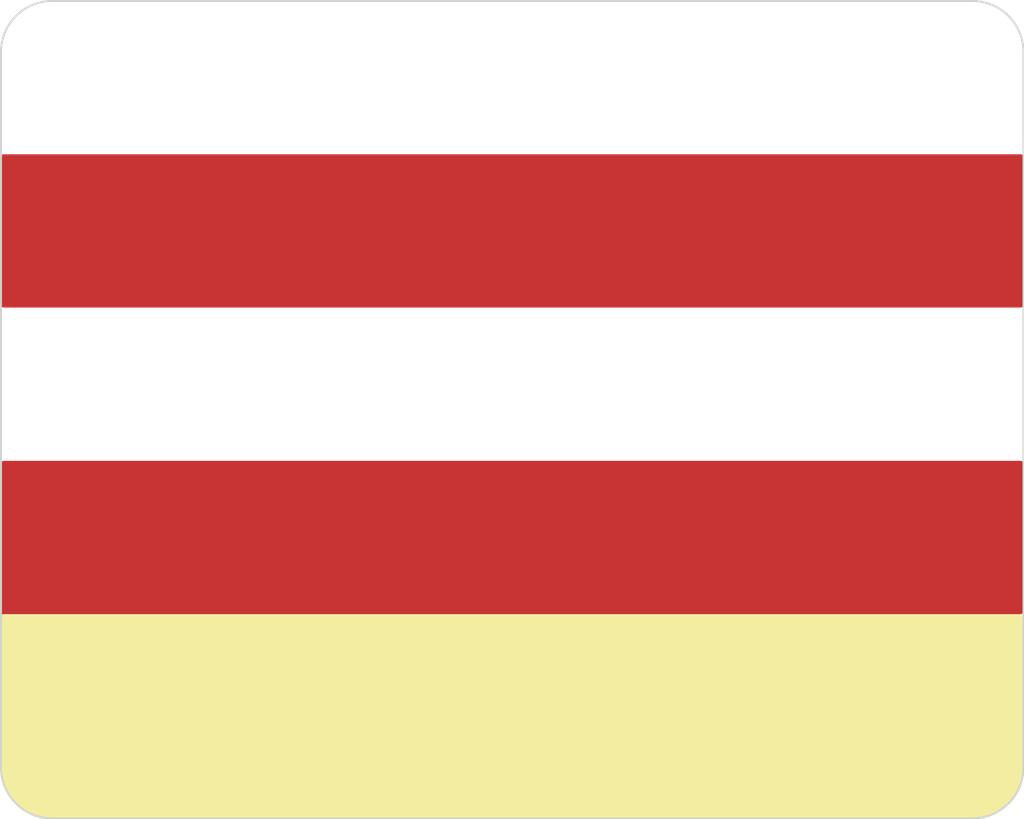
<source format=kicad_pcb>
(kicad_pcb (version 20211014) (generator pcbnew)

  (general
    (thickness 1.6)
  )

  (paper "A4")
  (layers
    (0 "F.Cu" signal)
    (31 "B.Cu" signal)
    (32 "B.Adhes" user "B.Adhesive")
    (33 "F.Adhes" user "F.Adhesive")
    (34 "B.Paste" user)
    (35 "F.Paste" user)
    (36 "B.SilkS" user "B.Silkscreen")
    (37 "F.SilkS" user "F.Silkscreen")
    (38 "B.Mask" user)
    (39 "F.Mask" user)
    (40 "Dwgs.User" user "User.Drawings")
    (41 "Cmts.User" user "User.Comments")
    (42 "Eco1.User" user "User.Eco1")
    (43 "Eco2.User" user "User.Eco2")
    (44 "Edge.Cuts" user)
    (45 "Margin" user)
    (46 "B.CrtYd" user "B.Courtyard")
    (47 "F.CrtYd" user "F.Courtyard")
    (48 "B.Fab" user)
    (49 "F.Fab" user)
    (50 "User.1" user)
    (51 "User.2" user)
    (52 "User.3" user)
    (53 "User.4" user)
    (54 "User.5" user)
    (55 "User.6" user)
    (56 "User.7" user)
    (57 "User.8" user)
    (58 "User.9" user)
  )

  (setup
    (pad_to_mask_clearance 0)
    (pcbplotparams
      (layerselection 0x00010fc_ffffffff)
      (disableapertmacros false)
      (usegerberextensions false)
      (usegerberattributes true)
      (usegerberadvancedattributes true)
      (creategerberjobfile true)
      (svguseinch false)
      (svgprecision 6)
      (excludeedgelayer true)
      (plotframeref false)
      (viasonmask false)
      (mode 1)
      (useauxorigin false)
      (hpglpennumber 1)
      (hpglpenspeed 20)
      (hpglpendiameter 15.000000)
      (dxfpolygonmode true)
      (dxfimperialunits true)
      (dxfusepcbnewfont true)
      (psnegative false)
      (psa4output false)
      (plotreference true)
      (plotvalue true)
      (plotinvisibletext false)
      (sketchpadsonfab false)
      (subtractmaskfromsilk false)
      (outputformat 1)
      (mirror false)
      (drillshape 0)
      (scaleselection 1)
      (outputdirectory "Output/")
    )
  )

  (net 0 "")

  (gr_line (start 83.82 27.94) (end 83.82 63.5) (layer "Edge.Cuts") (width 0.1) (tstamp 09878c17-9773-4eac-8734-e6b0f787ec2c))
  (gr_line (start 33.02 63.5) (end 33.02 27.94) (layer "Edge.Cuts") (width 0.1) (tstamp 4c7535e5-504a-4a31-8e0b-343e8bfc4e2d))
  (gr_arc (start 81.28 25.4) (mid 83.076051 26.143949) (end 83.82 27.94) (layer "Edge.Cuts") (width 0.1) (tstamp 6d96d0d7-4f48-41b2-bf55-4c08d129f99f))
  (gr_arc (start 83.82 63.5) (mid 83.076051 65.296051) (end 81.28 66.04) (layer "Edge.Cuts") (width 0.1) (tstamp 6e266ade-247c-4839-a9af-5024d61bcd76))
  (gr_line (start 35.56 25.4) (end 81.28 25.4) (layer "Edge.Cuts") (width 0.1) (tstamp 9a875086-feb7-4d03-9098-9cbc1c9c46fe))
  (gr_arc (start 35.56 66.04) (mid 33.763949 65.296051) (end 33.02 63.5) (layer "Edge.Cuts") (width 0.1) (tstamp c61efac8-edd2-4248-bc3d-0d8cfca0ceb6))
  (gr_line (start 81.28 66.04) (end 35.56 66.04) (layer "Edge.Cuts") (width 0.1) (tstamp cd4d81cd-ffea-4c9d-9bfc-9e27c132a17f))
  (gr_arc (start 33.02 27.94) (mid 33.763949 26.143949) (end 35.56 25.4) (layer "Edge.Cuts") (width 0.1) (tstamp fdd15fec-7559-4bf2-8dd0-4630afde98ed))

  (zone (net 0) (net_name "") (layer "F.Cu") (tstamp 301c87bf-f902-45d4-a1fc-1f4c18284208) (hatch edge 0.508)
    (connect_pads (clearance 0))
    (min_thickness 0.254) (filled_areas_thickness no)
    (fill yes (thermal_gap 0.508) (thermal_bridge_width 0.508))
    (polygon
      (pts
        (xy 83.82 40.64)
        (xy 33.02 40.64)
        (xy 33.02 33.02)
        (xy 83.82 33.02)
      )
    )
    (filled_polygon
      (layer "F.Cu")
      (island)
      (pts
        (xy 83.761121 33.040002)
        (xy 83.807614 33.093658)
        (xy 83.819 33.146)
        (xy 83.819 40.514)
        (xy 83.798998 40.582121)
        (xy 83.745342 40.628614)
        (xy 83.693 40.64)
        (xy 33.147 40.64)
        (xy 33.078879 40.619998)
        (xy 33.032386 40.566342)
        (xy 33.021 40.514)
        (xy 33.021 33.146)
        (xy 33.041002 33.077879)
        (xy 33.094658 33.031386)
        (xy 33.147 33.02)
        (xy 83.693 33.02)
      )
    )
  )
  (zone (net 0) (net_name "") (layer "F.Cu") (tstamp 39f4217f-a275-4d4c-aa08-ee2da88099f5) (hatch edge 0.508)
    (connect_pads (clearance 0))
    (min_thickness 0.254) (filled_areas_thickness no)
    (fill yes (thermal_gap 0.508) (thermal_bridge_width 0.508))
    (polygon
      (pts
        (xy 83.82 55.88)
        (xy 58.42 55.88)
        (xy 58.42 66.04)
        (xy 33.02 66.04)
        (xy 33.02 48.26)
        (xy 83.82 48.26)
      )
    )
    (filled_polygon
      (layer "F.Cu")
      (island)
      (pts
        (xy 83.761121 48.280002)
        (xy 83.807614 48.333658)
        (xy 83.819 48.386)
        (xy 83.819 55.754)
        (xy 83.798998 55.822121)
        (xy 83.745342 55.868614)
        (xy 83.693 55.88)
        (xy 58.42 55.88)
        (xy 58.42 65.913)
        (xy 58.399998 65.981121)
        (xy 58.346342 66.027614)
        (xy 58.294 66.039)
        (xy 35.563543 66.039)
        (xy 35.556478 66.038802)
        (xy 35.32911 66.026033)
        (xy 35.328567 66.026001)
        (xy 35.280411 66.023088)
        (xy 35.266914 66.021538)
        (xy 35.09255 65.991913)
        (xy 35.090942 65.991629)
        (xy 34.988856 65.97292)
        (xy 34.976688 65.97006)
        (xy 34.817213 65.924117)
        (xy 34.814624 65.923341)
        (xy 34.756866 65.905343)
        (xy 34.705214 65.889247)
        (xy 34.694482 65.885361)
        (xy 34.598235 65.845494)
        (xy 34.545261 65.823552)
        (xy 34.541781 65.822048)
        (xy 34.433336 65.773241)
        (xy 34.424106 65.768624)
        (xy 34.284684 65.691568)
        (xy 34.280499 65.689147)
        (xy 34.17688 65.626508)
        (xy 34.169176 65.621455)
        (xy 34.040222 65.529956)
        (xy 34.035443 65.526393)
        (xy 33.939353 65.451111)
        (xy 33.933123 65.445896)
        (xy 33.815605 65.340875)
        (xy 33.81047 65.336019)
        (xy 33.723981 65.24953)
        (xy 33.719125 65.244395)
        (xy 33.614104 65.126877)
        (xy 33.608889 65.120647)
        (xy 33.533607 65.024557)
        (xy 33.530044 65.019778)
        (xy 33.438545 64.890824)
        (xy 33.433492 64.88312)
        (xy 33.370853 64.779501)
        (xy 33.368422 64.775298)
        (xy 33.29138 64.635901)
        (xy 33.286759 64.626664)
        (xy 33.237952 64.518219)
        (xy 33.236442 64.514725)
        (xy 33.174639 64.365518)
        (xy 33.170753 64.354786)
        (xy 33.136664 64.245392)
        (xy 33.135883 64.242787)
        (xy 33.08994 64.083312)
        (xy 33.08708 64.071144)
        (xy 33.068371 63.969058)
        (xy 33.068087 63.96745)
        (xy 33.038462 63.793086)
        (xy 33.036912 63.779589)
        (xy 33.033999 63.731433)
        (xy 33.033967 63.73089)
        (xy 33.021198 63.503522)
        (xy 33.021 63.496457)
        (xy 33.021 48.386)
        (xy 33.041002 48.317879)
        (xy 33.094658 48.271386)
        (xy 33.147 48.26)
        (xy 83.693 48.26)
      )
    )
  )
  (zone (net 0) (net_name "") (layer "F.SilkS") (tstamp 1086a465-1b3b-4658-9ca8-7660952a2acf) (hatch edge 0.508)
    (connect_pads (clearance 0.508))
    (min_thickness 0.254) (filled_areas_thickness no)
    (fill yes (thermal_gap 0.508) (thermal_bridge_width 0.508))
    (polygon
      (pts
        (xy 83.82 66.04)
        (xy 33.02 66.04)
        (xy 33.02 55.88)
        (xy 83.82 55.88)
      )
    )
    (filled_polygon
      (layer "F.SilkS")
      (island)
      (pts
        (xy 83.762121 55.900002)
        (xy 83.808614 55.953658)
        (xy 83.82 56.006)
        (xy 83.82 63.496194)
        (xy 83.81977 63.503802)
        (xy 83.801941 63.798556)
        (xy 83.800107 63.81366)
        (xy 83.747566 64.100364)
        (xy 83.743925 64.115137)
        (xy 83.657208 64.393422)
        (xy 83.651812 64.407649)
        (xy 83.532187 64.673446)
        (xy 83.525116 64.686919)
        (xy 83.37432 64.936364)
        (xy 83.365677 64.948885)
        (xy 83.185917 65.178333)
        (xy 83.175827 65.189722)
        (xy 82.969722 65.395827)
        (xy 82.958333 65.405917)
        (xy 82.728885 65.585677)
        (xy 82.716364 65.59432)
        (xy 82.466919 65.745116)
        (xy 82.453446 65.752187)
        (xy 82.187649 65.871812)
        (xy 82.173422 65.877208)
        (xy 81.895137 65.963925)
        (xy 81.880364 65.967566)
        (xy 81.59366 66.020107)
        (xy 81.578556 66.021941)
        (xy 81.283802 66.03977)
        (xy 81.276194 66.04)
        (xy 35.563806 66.04)
        (xy 35.556198 66.03977)
        (xy 35.261444 66.021941)
        (xy 35.24634 66.020107)
        (xy 34.959636 65.967566)
        (xy 34.944863 65.963925)
        (xy 34.666578 65.877208)
        (xy 34.652351 65.871812)
        (xy 34.386554 65.752187)
        (xy 34.373081 65.745116)
        (xy 34.123636 65.59432)
        (xy 34.111115 65.585677)
        (xy 33.881667 65.405917)
        (xy 33.870278 65.395827)
        (xy 33.664173 65.189722)
        (xy 33.654083 65.178333)
        (xy 33.474323 64.948885)
        (xy 33.46568 64.936364)
        (xy 33.314884 64.686919)
        (xy 33.307813 64.673446)
        (xy 33.188188 64.407649)
        (xy 33.182792 64.393422)
        (xy 33.096075 64.115137)
        (xy 33.092434 64.100364)
        (xy 33.039893 63.81366)
        (xy 33.038059 63.798556)
        (xy 33.02023 63.503802)
        (xy 33.02 63.496194)
        (xy 33.02 56.006)
        (xy 33.040002 55.937879)
        (xy 33.093658 55.891386)
        (xy 33.146 55.88)
        (xy 83.694 55.88)
      )
    )
  )
  (zone (net 0) (net_name "") (layer "F.Mask") (tstamp 8c0f54e3-7969-4692-b25a-95f554837e44) (hatch edge 0.508)
    (connect_pads (clearance 0.508))
    (min_thickness 0.254) (filled_areas_thickness no)
    (fill yes (thermal_gap 0.508) (thermal_bridge_width 0.508))
    (polygon
      (pts
        (xy 83.82 55.88)
        (xy 33.02 55.88)
        (xy 33.02 40.64)
        (xy 83.82 40.64)
      )
    )
    (filled_polygon
      (layer "F.Mask")
      (island)
      (pts
        (xy 83.762121 40.660002)
        (xy 83.808614 40.713658)
        (xy 83.82 40.766)
        (xy 83.82 55.754)
        (xy 83.799998 55.822121)
        (xy 83.746342 55.868614)
        (xy 83.694 55.88)
        (xy 33.146 55.88)
        (xy 33.077879 55.859998)
        (xy 33.031386 55.806342)
        (xy 33.02 55.754)
        (xy 33.02 40.766)
        (xy 33.040002 40.697879)
        (xy 33.093658 40.651386)
        (xy 33.146 40.64)
        (xy 83.694 40.64)
      )
    )
  )
)

</source>
